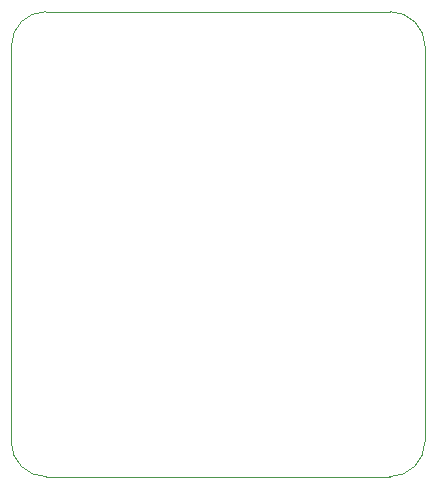
<source format=gbr>
%TF.GenerationSoftware,KiCad,Pcbnew,7.0.7*%
%TF.CreationDate,2023-10-16T17:48:26+02:00*%
%TF.ProjectId,cd4069-siren,63643430-3639-42d7-9369-72656e2e6b69,0*%
%TF.SameCoordinates,Original*%
%TF.FileFunction,Profile,NP*%
%FSLAX46Y46*%
G04 Gerber Fmt 4.6, Leading zero omitted, Abs format (unit mm)*
G04 Created by KiCad (PCBNEW 7.0.7) date 2023-10-16 17:48:26*
%MOMM*%
%LPD*%
G01*
G04 APERTURE LIST*
%TA.AperFunction,Profile*%
%ADD10C,0.100000*%
%TD*%
G04 APERTURE END LIST*
D10*
X91921320Y-86778680D02*
X120978680Y-86778680D01*
X124000000Y-50400000D02*
G75*
G03*
X121000000Y-47400000I-3000000J0D01*
G01*
X121000000Y-47400000D02*
X91850610Y-47400000D01*
X91850610Y-47400010D02*
G75*
G03*
X88950610Y-50300000I-10J-2899990D01*
G01*
X88950610Y-50300000D02*
X88921320Y-83778680D01*
X88921320Y-83778680D02*
G75*
G03*
X91921320Y-86778680I2999980J-20D01*
G01*
X123978680Y-83778680D02*
X124000000Y-50400000D01*
X120978680Y-86778680D02*
G75*
G03*
X123978680Y-83778680I20J2999980D01*
G01*
M02*

</source>
